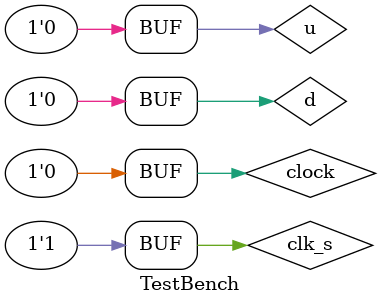
<source format=v>
`timescale 1 ns / 1 ps
module TestBench();
	reg clock; initial clock <= 0; always begin #1 clock <= 1; #1 clock <= 0; end
	
	// Manage the clocks
	wire clk, clk_secs, clk_fast, timer;
	clockDivider c_disp(clock, 2, clk);
	clockDivider c_secs(clock, 20, clk_secs);
	clockDivider c_fast(clock, 10, clk_fast);
	mux1bit2x1 m_timer(clk_secs, clk_fast, clk_s, timer);
	
	//*
	reg u, d; wire up, down, clear;
	pressCounter press(clk, clk_fast, u, d, up, down, clear);
	
	initial begin
		u <= 0;
		d <= 0;
		clk_s <= 1;
		
		#2 u <= 1;
		#140 u <= 1;
		#2 d <= 1;
		#2 u <= 0;
		#140 d <= 0;
		#2 d <= 1;
		#2 u <= 1;
		#140 d <= 0;
		#5 u <= 0;
	end
	
	//*/
	/*
	wire [3:0] hr1, hr0, min1, min0, sec1, sec0, m1, m0, d1, d0, y1, y0;
	reg r, up_press, down_press, clear_press;
	reg [5:0] led;
	
	Clock test(clk, timer, r, led, up_press, down_press, clear_press,
		hr1, hr0, min1, min0, sec1, sec0, m1, m0, d1, d0, y1, y0);
	
	initial begin
		r <= 0;
		up_press <= 1;
		down_press <= 0;
		clear_press <= 0;
		led = 'b000010;
	end
	
	//*/
endmodule

</source>
